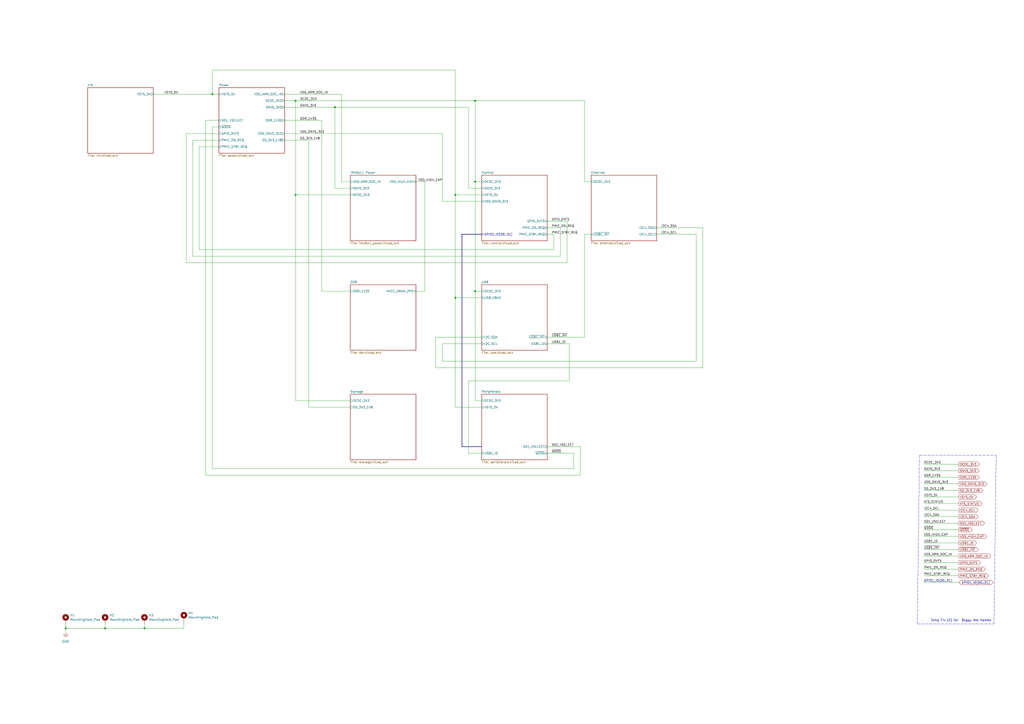
<source format=kicad_sch>
(kicad_sch (version 20211123) (generator eeschema)
  (paper "A2")
  (lib_symbols
    (symbol "Mechanical:MountingHole_Pad" (pin_numbers hide) (pin_names (offset 1.016) hide)
      (property "Reference" "H" (at 0 6.35 0))
      (property "Value" "MountingHole_Pad" (at 0 4.445 0))
      (symbol "MountingHole_Pad_0_1"
        (circle (center 0 1.27) (radius 1.27) (stroke (width 1.27)))
      )
      (symbol "MountingHole_Pad_1_1"
        (pin input line (at 0 -2.54 90) (length 2.54) (name "1") (number "1"))
      )
    )
    (symbol "power:GND" (power) (pin_names (offset 0))
      (property "Value" "GND" (at 0 -3.81 0))
      (symbol "GND_0_1"
        (polyline (pts (xy 0 0) (xy 0 -1.27) (xy 1.27 -1.27) (xy 0 -2.54) (xy -1.27 -1.27) (xy 0 -1.27)))
      )
      (symbol "GND_1_1"
        (pin power_in line (at 0 0 270) (length 0) hide (name "GND") (number "1"))
      )
    )
  )
  (junction (at 264.16 172.72))
  (junction (at 275.59 58.42))
  (junction (at 38.1 364.49))
  (junction (at 264.16 113.03))
  (junction (at 194.31 62.23))
  (junction (at 60.96 364.49))
  (junction (at 275.59 105.41))
  (junction (at 275.59 168.91))
  (junction (at 123.19 54.61))
  (junction (at 171.45 113.03))
  (junction (at 171.45 58.42))
  (junction (at 83.82 364.49))
  (wire (pts (xy 115.57 85.09) (xy 127 85.09)))
  (wire (pts (xy 179.07 236.22) (xy 203.2 236.22)))
  (wire (pts (xy 332.74 271.78) (xy 123.19 271.78)))
  (wire (pts (xy 321.31 144.78) (xy 115.57 144.78)))
  (wire (pts (xy 252.73 213.36) (xy 407.67 213.36)))
  (wire (pts (xy 535.94 280.67) (xy 556.26 280.67)))
  (wire (pts (xy 256.54 209.55) (xy 403.86 209.55)))
  (wire (pts (xy 246.38 168.91) (xy 246.38 105.41)))
  (wire (pts (xy 107.95 152.4) (xy 328.93 152.4)))
  (wire (pts (xy 271.78 109.22) (xy 271.78 62.23)))
  (wire (pts (xy 325.12 148.59) (xy 111.76 148.59)))
  (wire (pts (xy 317.5 132.08) (xy 325.12 132.08)))
  (wire (pts (xy 194.31 62.23) (xy 165.1 62.23)))
  (wire (pts (xy 198.12 105.41) (xy 203.2 105.41)))
  (wire (pts (xy 123.19 271.78) (xy 123.19 73.66)))
  (wire (pts (xy 279.4 195.58) (xy 252.73 195.58)))
  (wire (pts (xy 264.16 40.64) (xy 123.19 40.64)))
  (wire (pts (xy 325.12 132.08) (xy 325.12 148.59)))
  (wire (pts (xy 535.94 299.72) (xy 556.26 299.72)))
  (polyline (pts (xy 577.85 264.16) (xy 576.58 361.95)))
  (wire (pts (xy 535.94 314.96) (xy 556.26 314.96)))
  (wire (pts (xy 127 77.47) (xy 107.95 77.47)))
  (wire (pts (xy 332.74 262.89) (xy 332.74 271.78)))
  (wire (pts (xy 317.5 195.58) (xy 339.09 195.58)))
  (wire (pts (xy 83.82 361.95) (xy 83.82 364.49)))
  (wire (pts (xy 535.94 326.39) (xy 556.26 326.39)))
  (wire (pts (xy 264.16 113.03) (xy 279.4 113.03)))
  (wire (pts (xy 171.45 232.41) (xy 171.45 113.03)))
  (wire (pts (xy 328.93 128.27) (xy 317.5 128.27)))
  (wire (pts (xy 279.4 236.22) (xy 264.16 236.22)))
  (bus (pts (xy 267.97 135.89) (xy 279.4 135.89)))
  (wire (pts (xy 535.94 307.34) (xy 556.26 307.34)))
  (wire (pts (xy 339.09 58.42) (xy 339.09 105.41)))
  (wire (pts (xy 256.54 199.39) (xy 256.54 209.55)))
  (wire (pts (xy 317.5 262.89) (xy 332.74 262.89)))
  (wire (pts (xy 264.16 172.72) (xy 264.16 113.03)))
  (wire (pts (xy 535.94 303.53) (xy 556.26 303.53)))
  (wire (pts (xy 381 132.08) (xy 407.67 132.08)))
  (wire (pts (xy 186.69 69.85) (xy 165.1 69.85)))
  (wire (pts (xy 279.4 199.39) (xy 256.54 199.39)))
  (wire (pts (xy 535.94 295.91) (xy 556.26 295.91)))
  (wire (pts (xy 336.55 259.08) (xy 336.55 275.59)))
  (wire (pts (xy 256.54 77.47) (xy 256.54 116.84)))
  (wire (pts (xy 275.59 232.41) (xy 275.59 168.91)))
  (wire (pts (xy 38.1 361.95) (xy 38.1 364.49)))
  (wire (pts (xy 535.94 337.82) (xy 556.26 337.82)))
  (wire (pts (xy 535.94 288.29) (xy 556.26 288.29)))
  (wire (pts (xy 115.57 144.78) (xy 115.57 85.09)))
  (wire (pts (xy 123.19 40.64) (xy 123.19 54.61)))
  (wire (pts (xy 88.9 54.61) (xy 123.19 54.61)))
  (wire (pts (xy 264.16 172.72) (xy 279.4 172.72)))
  (wire (pts (xy 106.68 360.68) (xy 106.68 364.49)))
  (wire (pts (xy 111.76 148.59) (xy 111.76 81.28)))
  (wire (pts (xy 165.1 58.42) (xy 171.45 58.42)))
  (wire (pts (xy 264.16 236.22) (xy 264.16 172.72)))
  (wire (pts (xy 106.68 364.49) (xy 83.82 364.49)))
  (wire (pts (xy 535.94 284.48) (xy 556.26 284.48)))
  (bus (pts (xy 267.97 135.89) (xy 267.97 259.08)))
  (wire (pts (xy 111.76 81.28) (xy 127 81.28)))
  (wire (pts (xy 321.31 135.89) (xy 321.31 144.78)))
  (wire (pts (xy 119.38 69.85) (xy 127 69.85)))
  (wire (pts (xy 203.2 109.22) (xy 194.31 109.22)))
  (wire (pts (xy 203.2 232.41) (xy 171.45 232.41)))
  (wire (pts (xy 535.94 276.86) (xy 556.26 276.86)))
  (wire (pts (xy 535.94 311.15) (xy 556.26 311.15)))
  (wire (pts (xy 38.1 364.49) (xy 38.1 367.03)))
  (wire (pts (xy 171.45 113.03) (xy 203.2 113.03)))
  (wire (pts (xy 275.59 168.91) (xy 279.4 168.91)))
  (polyline (pts (xy 533.4 264.16) (xy 532.13 361.95)))
  (wire (pts (xy 275.59 105.41) (xy 275.59 168.91)))
  (wire (pts (xy 252.73 195.58) (xy 252.73 213.36)))
  (wire (pts (xy 271.78 262.89) (xy 271.78 220.98)))
  (polyline (pts (xy 532.13 361.95) (xy 576.58 361.95)))
  (wire (pts (xy 119.38 275.59) (xy 119.38 69.85)))
  (wire (pts (xy 535.94 292.1) (xy 556.26 292.1)))
  (wire (pts (xy 275.59 105.41) (xy 275.59 58.42)))
  (wire (pts (xy 165.1 77.47) (xy 256.54 77.47)))
  (wire (pts (xy 203.2 168.91) (xy 186.69 168.91)))
  (wire (pts (xy 407.67 213.36) (xy 407.67 132.08)))
  (wire (pts (xy 339.09 58.42) (xy 275.59 58.42)))
  (wire (pts (xy 317.5 259.08) (xy 336.55 259.08)))
  (wire (pts (xy 317.5 135.89) (xy 321.31 135.89)))
  (wire (pts (xy 535.94 273.05) (xy 556.26 273.05)))
  (wire (pts (xy 246.38 105.41) (xy 241.3 105.41)))
  (wire (pts (xy 336.55 275.59) (xy 119.38 275.59)))
  (wire (pts (xy 328.93 152.4) (xy 328.93 128.27)))
  (wire (pts (xy 241.3 168.91) (xy 246.38 168.91)))
  (wire (pts (xy 535.94 334.01) (xy 556.26 334.01)))
  (wire (pts (xy 107.95 77.47) (xy 107.95 152.4)))
  (wire (pts (xy 535.94 322.58) (xy 556.26 322.58)))
  (wire (pts (xy 256.54 116.84) (xy 279.4 116.84)))
  (wire (pts (xy 165.1 54.61) (xy 198.12 54.61)))
  (wire (pts (xy 179.07 81.28) (xy 179.07 236.22)))
  (wire (pts (xy 339.09 135.89) (xy 339.09 195.58)))
  (bus (pts (xy 267.97 259.08) (xy 279.4 259.08)))
  (wire (pts (xy 535.94 330.2) (xy 556.26 330.2)))
  (wire (pts (xy 271.78 220.98) (xy 330.2 220.98)))
  (wire (pts (xy 198.12 54.61) (xy 198.12 105.41)))
  (polyline (pts (xy 533.4 264.16) (xy 577.85 264.16)))
  (wire (pts (xy 165.1 81.28) (xy 179.07 81.28)))
  (wire (pts (xy 381 135.89) (xy 403.86 135.89)))
  (wire (pts (xy 123.19 73.66) (xy 127 73.66)))
  (wire (pts (xy 271.78 109.22) (xy 279.4 109.22)))
  (wire (pts (xy 275.59 58.42) (xy 171.45 58.42)))
  (wire (pts (xy 186.69 168.91) (xy 186.69 69.85)))
  (wire (pts (xy 171.45 113.03) (xy 171.45 58.42)))
  (wire (pts (xy 330.2 220.98) (xy 330.2 199.39)))
  (wire (pts (xy 123.19 54.61) (xy 127 54.61)))
  (wire (pts (xy 83.82 364.49) (xy 60.96 364.49)))
  (wire (pts (xy 60.96 364.49) (xy 38.1 364.49)))
  (wire (pts (xy 279.4 105.41) (xy 275.59 105.41)))
  (wire (pts (xy 194.31 109.22) (xy 194.31 62.23)))
  (wire (pts (xy 342.9 105.41) (xy 339.09 105.41)))
  (wire (pts (xy 330.2 199.39) (xy 317.5 199.39)))
  (wire (pts (xy 535.94 318.77) (xy 556.26 318.77)))
  (wire (pts (xy 403.86 209.55) (xy 403.86 135.89)))
  (wire (pts (xy 264.16 113.03) (xy 264.16 40.64)))
  (wire (pts (xy 279.4 232.41) (xy 275.59 232.41)))
  (wire (pts (xy 279.4 262.89) (xy 271.78 262.89)))
  (wire (pts (xy 535.94 269.24) (xy 556.26 269.24)))
  (wire (pts (xy 60.96 361.95) (xy 60.96 364.49)))
  (wire (pts (xy 271.78 62.23) (xy 194.31 62.23)))
  (wire (pts (xy 342.9 135.89) (xy 339.09 135.89)))
  (text "Temp Fix (X) for  Buggy Net Names" (at 539.75 360.68 0) (effects (font (size 1.27 1.27)) (justify left bottom)))
  (label "DCDC_3V3" (at 173.99 58.42 0))
  (label "GPIO_DVFS" (at 535.94 326.39 0))
  (label "~{USB1_INT}" (at 320.04 195.58 0))
  (label "SNVS_3V3" (at 535.94 273.05 0))
  (label "SD_3V3_1V8" (at 535.94 284.48 0))
  (label "I2C4_SCL" (at 535.94 295.91 0))
  (label "VSYS_5V" (at 535.94 288.29 0))
  (label "I2C4_SDA" (at 535.94 299.72 0))
  (label "~{WDOG}" (at 535.94 307.34 0))
  (label "DCDC_3V3" (at 535.94 269.24 0))
  (label "PMIC_ON_REQ" (at 320.04 132.08 0))
  (label "GPIO_DVFS" (at 320.04 128.27 0))
  (label "PMIC_STBY_REQ" (at 535.94 334.01 0))
  (label "VDD_ARM_SOC_IN" (at 535.94 322.58 0))
  (label "SNVS_3V3" (at 173.99 62.23 0))
  (label "VDD_SNVS_3V3" (at 173.99 77.47 0))
  (label "GPIO1_IO[00..31]" (at 535.94 337.82 0))
  (label "VDD_HIGH_CAP" (at 242.57 105.41 0))
  (label "USB1_ID" (at 535.94 314.96 0))
  (label "I2C4_SDA" (at 383.54 132.08 0))
  (label "I2C4_SCL" (at 383.54 135.89 0))
  (label "VSYS_5V" (at 95.25 54.61 0))
  (label "~{USB1_INT}" (at 535.94 318.77 0))
  (label "~{WDOG}" (at 320.04 262.89 0))
  (label "VDD_ARM_SOC_IN" (at 173.99 54.61 0))
  (label "SD1_VSELECT" (at 535.94 303.53 0))
  (label "DDR_1V35" (at 535.94 276.86 0))
  (label "DDR_1V35" (at 173.99 69.85 0))
  (label "VDD_HIGH_CAP" (at 535.94 311.15 0))
  (label "PMIC_STBY_REQ" (at 320.04 135.89 0))
  (label "PMIC_ON_REQ" (at 535.94 330.2 0))
  (label "SD1_VSELECT" (at 320.04 259.08 0))
  (label "VDD_SNVS_3V3" (at 535.94 280.67 0))
  (label "SD_3V3_1V8" (at 173.99 81.28 0))
  (label "USB1_ID" (at 320.04 199.39 0))
  (label "ATS_STATUS" (at 535.94 292.1 0))
  (global_label "ATS_STATUS" (shape output) (at 556.26 292.1 0) (property "Intersheet References" "${INTERSHEET_REFS}" (effects hide)))
  (global_label "VDD_SNVS_3V3" (shape output) (at 556.26 280.67 0) (property "Intersheet References" "${INTERSHEET_REFS}" (effects hide)))
  (global_label "VSYS_5V" (shape output) (at 556.26 288.29 0) (property "Intersheet References" "${INTERSHEET_REFS}" (effects hide)))
  (global_label "USB1_ID" (shape output) (at 556.26 314.96 0) (property "Intersheet References" "${INTERSHEET_REFS}" (effects hide)))
  (global_label "PMIC_ON_REQ" (shape output) (at 556.26 330.2 0) (property "Intersheet References" "${INTERSHEET_REFS}" (effects hide)))
  (global_label "VDD_ARM_SOC_IN" (shape output) (at 556.26 322.58 0) (property "Intersheet References" "${INTERSHEET_REFS}" (effects hide)))
  (global_label "GPIO1_IO[00..31]" (shape bidirectional) (at 556.26 337.82 0) (property "Intersheet References" "${INTERSHEET_REFS}" (effects hide)))
  (global_label "I2C4_SDA" (shape output) (at 556.26 299.72 0) (property "Intersheet References" "${INTERSHEET_REFS}" (effects hide)))
  (global_label "GPIO_DVFS" (shape output) (at 556.26 326.39 0) (property "Intersheet References" "${INTERSHEET_REFS}" (effects hide)))
  (global_label "DCDC_3V3" (shape output) (at 556.26 269.24 0) (property "Intersheet References" "${INTERSHEET_REFS}" (effects hide)))
  (global_label "SD_3V3_1V8" (shape output) (at 556.26 284.48 0) (property "Intersheet References" "${INTERSHEET_REFS}" (effects hide)))
  (global_label "VDD_HIGH_CAP" (shape output) (at 556.26 311.15 0) (property "Intersheet References" "${INTERSHEET_REFS}" (effects hide)))
  (global_label "DDR_1V35" (shape output) (at 556.26 276.86 0) (property "Intersheet References" "${INTERSHEET_REFS}" (effects hide)))
  (global_label "PMIC_STBY_REQ" (shape output) (at 556.26 334.01 0) (property "Intersheet References" "${INTERSHEET_REFS}" (effects hide)))
  (global_label "~{USB1_INT}" (shape output) (at 556.26 318.77 0) (property "Intersheet References" "${INTERSHEET_REFS}" (effects hide)))
  (global_label "SD1_VSELECT" (shape output) (at 556.26 303.53 0) (property "Intersheet References" "${INTERSHEET_REFS}" (effects hide)))
  (global_label "SNVS_3V3" (shape output) (at 556.26 273.05 0) (property "Intersheet References" "${INTERSHEET_REFS}" (effects hide)))
  (global_label "I2C4_SCL" (shape output) (at 556.26 295.91 0) (property "Intersheet References" "${INTERSHEET_REFS}" (effects hide)))
  (global_label "~{WDOG}" (shape output) (at 556.26 307.34 0) (property "Intersheet References" "${INTERSHEET_REFS}" (effects hide)))
  (symbol (lib_id "Mechanical:MountingHole_Pad") (at 83.82 359.41 0) (unit 1)
    (property "Reference" "H3" (at 86.36 356.8699 0) (effects (justify left)))
    (property "Value" "MountingHole_Pad" (at 86.36 359.4099 0) (effects (justify left)))
    (property "Footprint" "MountingHole:MountingHole_3.2mm_M3_Pad_Via" (effects hide))
  )
  (symbol (lib_id "Mechanical:MountingHole_Pad") (at 38.1 359.41 0) (unit 1)
    (property "Reference" "H1" (at 40.64 356.8699 0) (effects (justify left)))
    (property "Value" "MountingHole_Pad" (at 40.64 359.4099 0) (effects (justify left)))
    (property "Footprint" "MountingHole:MountingHole_3.2mm_M3_Pad_Via" (effects hide))
  )
  (symbol (lib_id "Mechanical:MountingHole_Pad") (at 106.68 358.14 0) (unit 1)
    (property "Reference" "H4" (at 109.22 355.5999 0) (effects (justify left)))
    (property "Value" "MountingHole_Pad" (at 109.22 358.1399 0) (effects (justify left)))
    (property "Footprint" "MountingHole:MountingHole_3.2mm_M3_Pad_Via" (effects hide))
  )
  (symbol (lib_id "Mechanical:MountingHole_Pad") (at 60.96 359.41 0) (unit 1)
    (property "Reference" "H2" (at 63.5 356.8699 0) (effects (justify left)))
    (property "Value" "MountingHole_Pad" (at 63.5 359.4099 0) (effects (justify left)))
    (property "Footprint" "MountingHole:MountingHole_3.2mm_M3_Pad_Via" (effects hide))
  )
  (symbol (lib_id "power:GND") (at 38.1 367.03 0) (unit 1)
    (property "Reference" "#PWR0192" (effects hide))
    (property "Value" "GND" (at 38.1 372.11 0))
  )
  (sheet (at 342.9 101.6) (size 38.1 38.1) (stroke (width 0.1524))
    (property "Sheet name" "Ethernet" (at 342.9 100.8884 0) (effects (justify left bottom)))
    (property "Sheet file" "ethernet.kicad_sch" (at 342.9 140.2846 0) (effects (justify left top)))
    (pin "DCDC_3V3" input (at 342.9 105.41 180))
    (pin "I2C4_SCL" output (at 381 135.89 0))
    (pin "I2C4_SDA" output (at 381 132.08 0))
    (pin "~{USB1_INT}" input (at 342.9 135.89 180))
  )
  (sheet (at 279.4 228.6) (size 38.1 38.1) (stroke (width 0.1524))
    (property "Sheet name" "Peripherals" (at 279.4 227.8884 0) (effects (justify left bottom)))
    (property "Sheet file" "peripherals.kicad_sch" (at 279.4 267.2846 0) (effects (justify left top)))
    (pin "DCDC_3V3" input (at 279.4 232.41 180))
    (pin "USB1_ID" input (at 279.4 262.89 180))
    (pin "~{WDOG}" output (at 317.5 262.89 0))
    (pin "SD1_VSELECT" output (at 317.5 259.08 0))
    (pin "VSYS_5V" input (at 279.4 236.22 180))
  )
  (sheet (at 279.4 165.1) (size 38.1 38.1) (stroke (width 0.1524))
    (property "Sheet name" "USB" (at 279.4 164.3884 0) (effects (justify left bottom)))
    (property "Sheet file" "usb.kicad_sch" (at 279.4 203.7846 0) (effects (justify left top)))
    (pin "DCDC_3V3" input (at 279.4 168.91 180))
    (pin "~{USB1_INT}" output (at 317.5 195.58 0))
    (pin "USB1_ID" output (at 317.5 199.39 0))
    (pin "USB_VBUS" input (at 279.4 172.72 180))
    (pin "I2C_SCL" input (at 279.4 199.39 180))
    (pin "I2C_SDA" input (at 279.4 195.58 180))
  )
  (sheet (at 127 50.8) (size 38.1 38.1) (stroke (width 0.1524))
    (property "Sheet name" "Power" (at 127 50.0884 0) (effects (justify left bottom)))
    (property "Sheet file" "power.kicad_sch" (at 127 89.4846 0) (effects (justify left top)))
    (pin "VSYS_5V" input (at 127 54.61 180))
    (pin "DCDC_3V3" output (at 165.1 58.42 0))
    (pin "SD_3V3_1V8" output (at 165.1 81.28 0))
    (pin "VDD_ARM_SOC_IN" output (at 165.1 54.61 0))
    (pin "DDR_1V35" output (at 165.1 69.85 0))
    (pin "SD1_VSELECT" input (at 127 69.85 180))
    (pin "VDD_SNVS_3V3" output (at 165.1 77.47 0))
    (pin "SNVS_3V3" output (at 165.1 62.23 0))
    (pin "~{WDOG}" input (at 127 73.66 180))
    (pin "PMIC_ON_REQ" input (at 127 81.28 180))
    (pin "PMIC_STBY_REQ" input (at 127 85.09 180))
    (pin "GPIO_DVFS" input (at 127 77.47 180))
  )
  (sheet (at 203.2 101.6) (size 38.1 38.1) (stroke (width 0.1524))
    (property "Sheet name" "IMX6ULL Power" (at 203.2 100.8884 0) (effects (justify left bottom)))
    (property "Sheet file" "imx6ull_power.kicad_sch" (at 203.2 140.2846 0) (effects (justify left top)))
    (pin "VDD_ARM_SOC_IN" input (at 203.2 105.41 180))
    (pin "VDD_HIGH_CAP" bidirectional (at 241.3 105.41 0))
    (pin "SNVS_3V3" input (at 203.2 109.22 180))
    (pin "DCDC_3V3" input (at 203.2 113.03 180))
  )
  (sheet (at 50.8 50.8) (size 38.1 38.1) (stroke (width 0.1524))
    (property "Sheet name" "VIN" (at 50.8 50.0884 0) (effects (justify left bottom)))
    (property "Sheet file" "vin.kicad_sch" (at 50.8 89.4846 0) (effects (justify left top)))
    (pin "VSYS_5V" output (at 88.9 54.61 0))
  )
  (sheet (at 203.2 165.1) (size 38.1 38.1) (stroke (width 0.1524))
    (property "Sheet name" "DDR" (at 203.2 164.3884 0) (effects (justify left bottom)))
    (property "Sheet file" "ddr.kicad_sch" (at 203.2 203.7846 0) (effects (justify left top)))
    (pin "NVCC_DRAM_2P5" bidirectional (at 241.3 168.91 0))
    (pin "DDR_1V35" input (at 203.2 168.91 180))
  )
  (sheet (at 203.2 228.6) (size 38.1 38.1) (stroke (width 0.1524))
    (property "Sheet name" "Storage" (at 203.2 227.8884 0) (effects (justify left bottom)))
    (property "Sheet file" "storage.kicad_sch" (at 203.2 267.2846 0) (effects (justify left top)))
    (pin "DCDC_3V3" input (at 203.2 232.41 180))
    (pin "SD_3V3_1V8" input (at 203.2 236.22 180))
  )
  (sheet (at 279.4 101.6) (size 38.1 38.1) (stroke (width 0.1524))
    (property "Sheet name" "Control" (at 279.4 100.8884 0) (effects (justify left bottom)))
    (property "Sheet file" "control.kicad_sch" (at 279.4 140.2846 0) (effects (justify left top)))
    (pin "DCDC_3V3" input (at 279.4 105.41 180))
    (pin "SNVS_3V3" input (at 279.4 109.22 180))
    (pin "GPIO_DVFS" output (at 317.5 128.27 0))
    (pin "PMIC_STBY_REQ" output (at 317.5 135.89 0))
    (pin "PMIC_ON_REQ" output (at 317.5 132.08 0))
    (pin "VSYS_5V" input (at 279.4 113.03 180))
    (pin "VDD_SNVS_3V3" input (at 279.4 116.84 180))
    (pin "GPIO1_IO[00..31]" bidirectional (at 279.4 135.89 180))
  )
)
</source>
